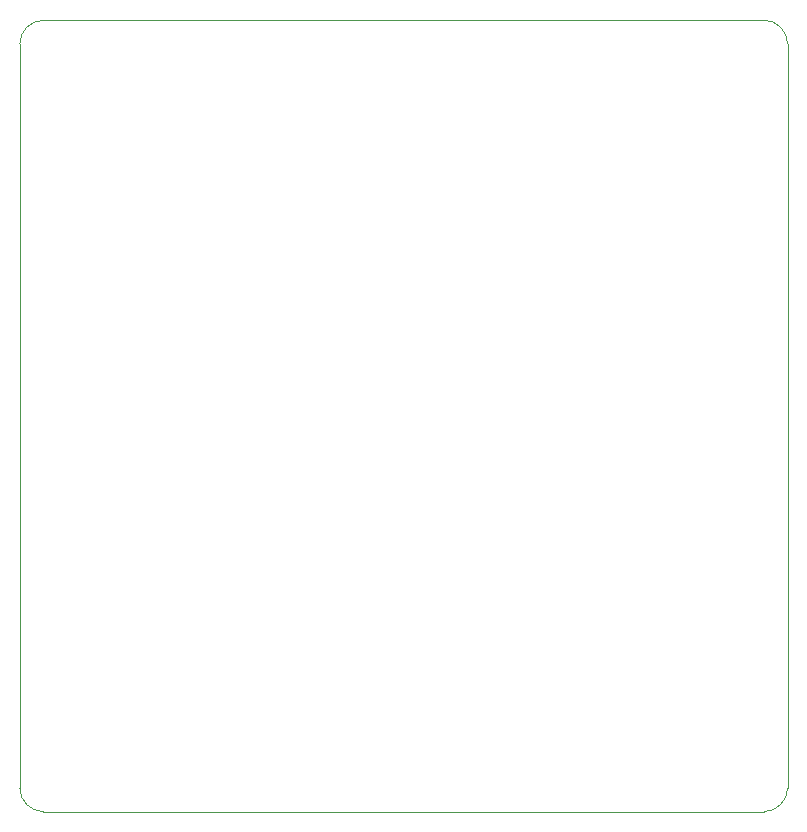
<source format=gm1>
%TF.GenerationSoftware,KiCad,Pcbnew,9.0.0*%
%TF.CreationDate,2025-04-02T13:50:02+09:00*%
%TF.ProjectId,MEZ68K8_RAM_R2.1,4d455a36-384b-4385-9f52-414d5f52322e,Rev 2.1*%
%TF.SameCoordinates,PX65317e4PY8319cac*%
%TF.FileFunction,Profile,NP*%
%FSLAX46Y46*%
G04 Gerber Fmt 4.6, Leading zero omitted, Abs format (unit mm)*
G04 Created by KiCad (PCBNEW 9.0.0) date 2025-04-02 13:50:02*
%MOMM*%
%LPD*%
G01*
G04 APERTURE LIST*
%TA.AperFunction,Profile*%
%ADD10C,0.100000*%
%TD*%
G04 APERTURE END LIST*
D10*
X63000000Y67000000D02*
G75*
G02*
X65000000Y65000000I0J-2000000D01*
G01*
X0Y65000000D02*
G75*
G02*
X2000000Y67000000I2000000J0D01*
G01*
X63000000Y0D02*
X2000000Y0D01*
X2000000Y67000000D02*
X63000000Y67000000D01*
X0Y2000000D02*
X0Y65000000D01*
X2000000Y0D02*
G75*
G02*
X0Y2000000I0J2000000D01*
G01*
X65000000Y65000000D02*
X65000000Y2000000D01*
X65000000Y2000000D02*
G75*
G02*
X63000000Y0I-2000000J0D01*
G01*
M02*

</source>
